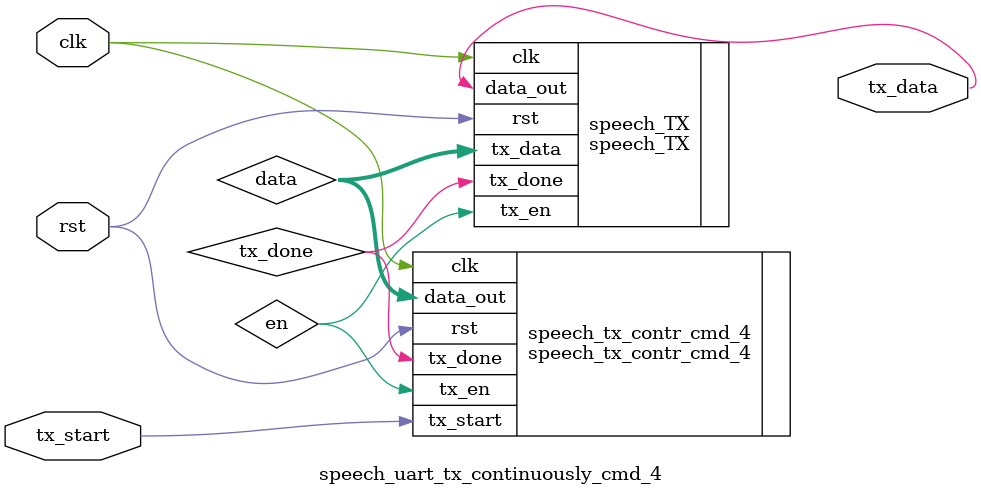
<source format=v>
`timescale 1ns / 1ps
module speech_uart_tx_continuously_cmd_4(
	input clk,
	input rst,
	input tx_start,
	output tx_data
    );
	
	wire [7:0] data;
	wire en;
	wire tx_done;

	
	
	speech_TX speech_TX(
    .clk(clk),
    .rst(rst),
    .tx_data(data),
    .tx_en(en),
	.tx_done(tx_done),
    .data_out(tx_data)
    );
	
	
	speech_tx_contr_cmd_4 speech_tx_contr_cmd_4(
	.clk(clk),
	.rst(rst),
	.tx_start(tx_start),
	.tx_done(tx_done),
	.tx_en(en),
	.data_out(data)
    );

endmodule

</source>
